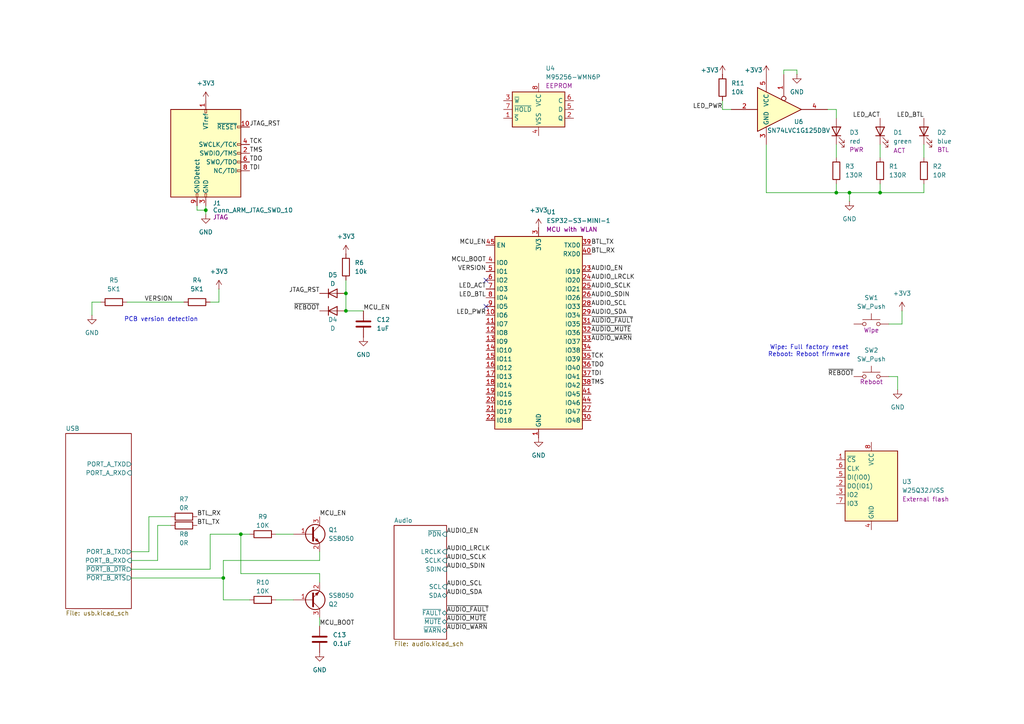
<source format=kicad_sch>
(kicad_sch (version 20231120) (generator "eeschema") (generator_version "8.0")
  (paper "A4")
  (title_block (title "soundbox"))
  (lib_symbols
    (symbol "74xGxx:SN74LVC1G125DBV"
      (property "Reference" "U" (at -10.16 7.62 0))
      (property "Value" "SN74LVC1G125DBV" (at 2.54 -7.62 0))
      (symbol "SN74LVC1G125DBV_0_1"
        (polyline (pts (xy -7.62 6.35) (xy -7.62 -6.35) (xy 5.08 0) (xy -7.62 6.35)) (stroke (width 0.254)) (fill (type background)))
      )
      (symbol "SN74LVC1G125DBV_1_1"
        (pin input inverted (at 0 10.16 270) (length 7.62) (name "~") (number "1"))
        (pin input line (at -15.24 0 0) (length 7.62) (name "~") (number "2"))
        (pin power_in line (at -5.08 -10.16 90) (length 5.08) (name "GND") (number "3"))
        (pin tri_state line (at 12.7 0 180) (length 7.62) (name "~") (number "4"))
        (pin power_in line (at -5.08 10.16 270) (length 5.08) (name "VCC") (number "5"))
      )
    )
    (symbol "Connector:Conn_ARM_JTAG_SWD_10" (pin_names (offset 1.016))
      (property "Reference" "J" (at -2.54 16.51 0))
      (property "Value" "Conn_ARM_JTAG_SWD_10" (at -2.54 13.97 0))
      (symbol "Conn_ARM_JTAG_SWD_10_0_1"
        (rectangle (start -10.16 12.7) (end 10.16 -12.7) (stroke (width 0.254)) (fill (type background)))
        (rectangle (start -2.794 -12.7) (end -2.286 -11.684))
        (rectangle (start -0.254 -12.7) (end 0.254 -11.684))
        (rectangle (start -0.254 12.7) (end 0.254 11.684))
        (rectangle (start 9.144 2.286) (end 10.16 2.794))
        (rectangle (start 10.16 -2.794) (end 9.144 -2.286))
        (rectangle (start 10.16 -0.254) (end 9.144 0.254))
        (rectangle (start 10.16 7.874) (end 9.144 7.366))
      )
      (symbol "Conn_ARM_JTAG_SWD_10_1_1"
        (rectangle (start 9.144 -5.334) (end 10.16 -4.826))
        (pin power_in line (at 0 15.24 270) (length 2.54) (name "VTref") (number "1"))
        (pin open_collector line (at 12.7 7.62 180) (length 2.54) (name "~{RESET}") (number "10"))
        (pin bidirectional line (at 12.7 0 180) (length 2.54) (name "SWDIO/TMS") (number "2"))
        (pin power_in line (at 0 -15.24 90) (length 2.54) (name "GND") (number "3"))
        (pin output line (at 12.7 2.54 180) (length 2.54) (name "SWCLK/TCK") (number "4"))
        (pin passive line (at 0 -15.24 90) (length 2.54) hide (name "GND") (number "5"))
        (pin input line (at 12.7 -2.54 180) (length 2.54) (name "SWO/TDO") (number "6"))
        (pin no_connect line (at -10.16 0 0) (length 2.54) hide (name "KEY") (number "7"))
        (pin output line (at 12.7 -5.08 180) (length 2.54) (name "NC/TDI") (number "8"))
        (pin passive line (at -2.54 -15.24 90) (length 2.54) (name "GNDDetect") (number "9"))
      )
    )
    (symbol "Device:C" (pin_numbers hide) (pin_names (offset 0.254))
      (property "Reference" "C" (at 0.635 2.54 0))
      (property "Value" "C" (at 0.635 -2.54 0))
      (symbol "C_0_1"
        (polyline (pts (xy -2.032 -0.762) (xy 2.032 -0.762)) (stroke (width 0.508)))
        (polyline (pts (xy -2.032 0.762) (xy 2.032 0.762)) (stroke (width 0.508)))
      )
      (symbol "C_1_1"
        (pin passive line (at 0 3.81 270) (length 2.794) (name "~") (number "1"))
        (pin passive line (at 0 -3.81 90) (length 2.794) (name "~") (number "2"))
      )
    )
    (symbol "Device:D" (pin_numbers hide) (pin_names (offset 1.016) hide)
      (property "Reference" "D" (at 0 2.54 0))
      (property "Value" "D" (at 0 -2.54 0))
      (symbol "D_0_1"
        (polyline (pts (xy -1.27 1.27) (xy -1.27 -1.27)) (stroke (width 0.254)))
        (polyline (pts (xy 1.27 0) (xy -1.27 0)))
        (polyline (pts (xy 1.27 1.27) (xy 1.27 -1.27) (xy -1.27 0) (xy 1.27 1.27)) (stroke (width 0.254)))
      )
      (symbol "D_1_1"
        (pin passive line (at -3.81 0 0) (length 2.54) (name "K") (number "1"))
        (pin passive line (at 3.81 0 180) (length 2.54) (name "A") (number "2"))
      )
    )
    (symbol "Device:LED" (pin_numbers hide) (pin_names (offset 1.016) hide)
      (property "Reference" "D" (at 0 2.54 0))
      (property "Value" "LED" (at 0 -2.54 0))
      (symbol "LED_0_1"
        (polyline (pts (xy -1.27 -1.27) (xy -1.27 1.27)) (stroke (width 0.254)))
        (polyline (pts (xy -1.27 0) (xy 1.27 0)))
        (polyline (pts (xy 1.27 -1.27) (xy 1.27 1.27) (xy -1.27 0) (xy 1.27 -1.27)) (stroke (width 0.254)))
        (polyline (pts (xy -3.048 -0.762) (xy -4.572 -2.286) (xy -3.81 -2.286) (xy -4.572 -2.286) (xy -4.572 -1.524)))
        (polyline (pts (xy -1.778 -0.762) (xy -3.302 -2.286) (xy -2.54 -2.286) (xy -3.302 -2.286) (xy -3.302 -1.524)))
      )
      (symbol "LED_1_1"
        (pin passive line (at -3.81 0 0) (length 2.54) (name "K") (number "1"))
        (pin passive line (at 3.81 0 180) (length 2.54) (name "A") (number "2"))
      )
    )
    (symbol "Device:R" (pin_numbers hide) (pin_names (offset 0))
      (property "Reference" "R" (at 2.032 0 90))
      (property "Value" "R" (at 0 0 90))
      (symbol "R_0_1"
        (rectangle (start -1.016 -2.54) (end 1.016 2.54) (stroke (width 0.254)))
      )
      (symbol "R_1_1"
        (pin passive line (at 0 3.81 270) (length 1.27) (name "~") (number "1"))
        (pin passive line (at 0 -3.81 90) (length 1.27) (name "~") (number "2"))
      )
    )
    (symbol "Memory_EEPROM:M95256-WMN6P"
      (property "Reference" "U" (at -7.62 6.35 0))
      (property "Value" "M95256-WMN6P" (at 2.54 -6.35 0))
      (symbol "M95256-WMN6P_1_1"
        (rectangle (start -7.62 5.08) (end 7.62 -5.08) (stroke (width 0.254)) (fill (type background)))
        (pin input line (at -10.16 -2.54 0) (length 2.54) (name "~{S}") (number "1"))
        (pin output line (at 10.16 -2.54 180) (length 2.54) (name "Q") (number "2"))
        (pin input line (at -10.16 2.54 0) (length 2.54) (name "~{W}") (number "3"))
        (pin power_in line (at 0 -7.62 90) (length 2.54) (name "VSS") (number "4"))
        (pin input line (at 10.16 0 180) (length 2.54) (name "D") (number "5"))
        (pin input line (at 10.16 2.54 180) (length 2.54) (name "C") (number "6"))
        (pin input line (at -10.16 0 0) (length 2.54) (name "~{HOLD}") (number "7"))
        (pin power_in line (at 0 7.62 270) (length 2.54) (name "VCC") (number "8"))
      )
    )
    (symbol "Memory_Flash:W25Q32JVSS"
      (property "Reference" "U" (at -6.35 11.43 0))
      (property "Value" "W25Q32JVSS" (at 7.62 11.43 0))
      (symbol "W25Q32JVSS_0_1"
        (rectangle (start -7.62 10.16) (end 7.62 -10.16) (stroke (width 0.254)) (fill (type background)))
      )
      (symbol "W25Q32JVSS_1_1"
        (pin input line (at -10.16 7.62 0) (length 2.54) (name "~{CS}") (number "1"))
        (pin bidirectional line (at -10.16 0 0) (length 2.54) (name "DO(IO1)") (number "2"))
        (pin bidirectional line (at -10.16 -2.54 0) (length 2.54) (name "IO2") (number "3"))
        (pin power_in line (at 0 -12.7 90) (length 2.54) (name "GND") (number "4"))
        (pin bidirectional line (at -10.16 2.54 0) (length 2.54) (name "DI(IO0)") (number "5"))
        (pin input line (at -10.16 5.08 0) (length 2.54) (name "CLK") (number "6"))
        (pin bidirectional line (at -10.16 -5.08 0) (length 2.54) (name "IO3") (number "7"))
        (pin power_in line (at 0 12.7 270) (length 2.54) (name "VCC") (number "8"))
      )
    )
    (symbol "RF_Module:ESP32-S3-MINI-1"
      (property "Reference" "U" (at -11.43 29.21 0))
      (property "Value" "ESP32-S3-MINI-1" (at 12.7 29.21 0))
      (symbol "ESP32-S3-MINI-1_0_1"
        (rectangle (start -12.7 27.94) (end 12.7 -27.94) (stroke (width 0.254)) (fill (type background)))
      )
      (symbol "ESP32-S3-MINI-1_1_1"
        (pin power_in line (at 0 -30.48 90) (length 2.54) (name "GND") (number "1"))
        (pin bidirectional line (at -15.24 5.08 0) (length 2.54) (name "IO6") (number "10"))
        (pin bidirectional line (at -15.24 2.54 0) (length 2.54) (name "IO7") (number "11"))
        (pin bidirectional line (at -15.24 0 0) (length 2.54) (name "IO8") (number "12"))
        (pin bidirectional line (at -15.24 -2.54 0) (length 2.54) (name "IO9") (number "13"))
        (pin bidirectional line (at -15.24 -5.08 0) (length 2.54) (name "IO10") (number "14"))
        (pin bidirectional line (at -15.24 -7.62 0) (length 2.54) (name "IO11") (number "15"))
        (pin bidirectional line (at -15.24 -10.16 0) (length 2.54) (name "IO12") (number "16"))
        (pin bidirectional line (at -15.24 -12.7 0) (length 2.54) (name "IO13") (number "17"))
        (pin bidirectional line (at -15.24 -15.24 0) (length 2.54) (name "IO14") (number "18"))
        (pin bidirectional line (at -15.24 -17.78 0) (length 2.54) (name "IO15") (number "19"))
        (pin passive line (at 0 -30.48 90) (length 2.54) hide (name "GND") (number "2"))
        (pin bidirectional line (at -15.24 -20.32 0) (length 2.54) (name "IO16") (number "20"))
        (pin bidirectional line (at -15.24 -22.86 0) (length 2.54) (name "IO17") (number "21"))
        (pin bidirectional line (at -15.24 -25.4 0) (length 2.54) (name "IO18") (number "22"))
        (pin bidirectional line (at 15.24 17.78 180) (length 2.54) (name "IO19") (number "23"))
        (pin bidirectional line (at 15.24 15.24 180) (length 2.54) (name "IO20") (number "24"))
        (pin bidirectional line (at 15.24 12.7 180) (length 2.54) (name "IO21") (number "25"))
        (pin bidirectional line (at 15.24 10.16 180) (length 2.54) (name "IO26") (number "26"))
        (pin bidirectional line (at 15.24 -22.86 180) (length 2.54) (name "IO47") (number "27"))
        (pin bidirectional line (at 15.24 7.62 180) (length 2.54) (name "IO33") (number "28"))
        (pin bidirectional line (at 15.24 5.08 180) (length 2.54) (name "IO34") (number "29"))
        (pin power_in line (at 0 30.48 270) (length 2.54) (name "3V3") (number "3"))
        (pin bidirectional line (at 15.24 -25.4 180) (length 2.54) (name "IO48") (number "30"))
        (pin bidirectional line (at 15.24 2.54 180) (length 2.54) (name "IO35") (number "31"))
        (pin bidirectional line (at 15.24 0 180) (length 2.54) (name "IO36") (number "32"))
        (pin bidirectional line (at 15.24 -2.54 180) (length 2.54) (name "IO37") (number "33"))
        (pin bidirectional line (at 15.24 -5.08 180) (length 2.54) (name "IO38") (number "34"))
        (pin bidirectional line (at 15.24 -7.62 180) (length 2.54) (name "IO39") (number "35"))
        (pin bidirectional line (at 15.24 -10.16 180) (length 2.54) (name "IO40") (number "36"))
        (pin bidirectional line (at 15.24 -12.7 180) (length 2.54) (name "IO41") (number "37"))
        (pin bidirectional line (at 15.24 -15.24 180) (length 2.54) (name "IO42") (number "38"))
        (pin bidirectional line (at 15.24 25.4 180) (length 2.54) (name "TXD0") (number "39"))
        (pin bidirectional line (at -15.24 20.32 0) (length 2.54) (name "IO0") (number "4"))
        (pin bidirectional line (at 15.24 22.86 180) (length 2.54) (name "RXD0") (number "40"))
        (pin bidirectional line (at 15.24 -17.78 180) (length 2.54) (name "IO45") (number "41"))
        (pin passive line (at 0 -30.48 90) (length 2.54) hide (name "GND") (number "42"))
        (pin passive line (at 0 -30.48 90) (length 2.54) hide (name "GND") (number "43"))
        (pin bidirectional line (at 15.24 -20.32 180) (length 2.54) (name "IO46") (number "44"))
        (pin input line (at -15.24 25.4 0) (length 2.54) (name "EN") (number "45"))
        (pin passive line (at 0 -30.48 90) (length 2.54) hide (name "GND") (number "46"))
        (pin passive line (at 0 -30.48 90) (length 2.54) hide (name "GND") (number "47"))
        (pin passive line (at 0 -30.48 90) (length 2.54) hide (name "GND") (number "48"))
        (pin passive line (at 0 -30.48 90) (length 2.54) hide (name "GND") (number "49"))
        (pin bidirectional line (at -15.24 17.78 0) (length 2.54) (name "IO1") (number "5"))
        (pin passive line (at 0 -30.48 90) (length 2.54) hide (name "GND") (number "50"))
        (pin passive line (at 0 -30.48 90) (length 2.54) hide (name "GND") (number "51"))
        (pin passive line (at 0 -30.48 90) (length 2.54) hide (name "GND") (number "52"))
        (pin passive line (at 0 -30.48 90) (length 2.54) hide (name "GND") (number "53"))
        (pin passive line (at 0 -30.48 90) (length 2.54) hide (name "GND") (number "54"))
        (pin passive line (at 0 -30.48 90) (length 2.54) hide (name "GND") (number "55"))
        (pin passive line (at 0 -30.48 90) (length 2.54) hide (name "GND") (number "56"))
        (pin passive line (at 0 -30.48 90) (length 2.54) hide (name "GND") (number "57"))
        (pin passive line (at 0 -30.48 90) (length 2.54) hide (name "GND") (number "58"))
        (pin passive line (at 0 -30.48 90) (length 2.54) hide (name "GND") (number "59"))
        (pin bidirectional line (at -15.24 15.24 0) (length 2.54) (name "IO2") (number "6"))
        (pin passive line (at 0 -30.48 90) (length 2.54) hide (name "GND") (number "60"))
        (pin passive line (at 0 -30.48 90) (length 2.54) hide (name "GND") (number "61"))
        (pin passive line (at 0 -30.48 90) (length 2.54) hide (name "GND") (number "62"))
        (pin passive line (at 0 -30.48 90) (length 2.54) hide (name "GND") (number "63"))
        (pin passive line (at 0 -30.48 90) (length 2.54) hide (name "GND") (number "64"))
        (pin passive line (at 0 -30.48 90) (length 2.54) hide (name "GND") (number "65"))
        (pin bidirectional line (at -15.24 12.7 0) (length 2.54) (name "IO3") (number "7"))
        (pin bidirectional line (at -15.24 10.16 0) (length 2.54) (name "IO4") (number "8"))
        (pin bidirectional line (at -15.24 7.62 0) (length 2.54) (name "IO5") (number "9"))
      )
    )
    (symbol "Switch:SW_Push" (pin_numbers hide) (pin_names (offset 1.016) hide)
      (property "Reference" "SW" (at 1.27 2.54 0))
      (property "Value" "SW_Push" (at 0 -1.524 0))
      (symbol "SW_Push_0_1"
        (circle (center -2.032 0) (radius 0.508))
        (polyline (pts (xy 0 1.27) (xy 0 3.048)))
        (polyline (pts (xy 2.54 1.27) (xy -2.54 1.27)))
        (circle (center 2.032 0) (radius 0.508))
        (pin passive line (at -5.08 0 0) (length 2.54) (name "1") (number "1"))
        (pin passive line (at 5.08 0 180) (length 2.54) (name "2") (number "2"))
      )
    )
    (symbol "Transistor_BJT:SS8050" (pin_names (offset 0) hide)
      (property "Reference" "Q" (at 5.08 1.905 0))
      (property "Value" "SS8050" (at 5.08 0 0))
      (symbol "SS8050_0_1"
        (polyline (pts (xy 0.635 0.635) (xy 2.54 2.54)))
        (polyline (pts (xy 0.635 -0.635) (xy 2.54 -2.54) (xy 2.54 -2.54)))
        (polyline (pts (xy 0.635 1.905) (xy 0.635 -1.905) (xy 0.635 -1.905)) (stroke (width 0.508)))
        (polyline (pts (xy 1.27 -1.778) (xy 1.778 -1.27) (xy 2.286 -2.286) (xy 1.27 -1.778) (xy 1.27 -1.778)) (fill (type outline)))
        (circle (center 1.27 0) (radius 2.8194) (stroke (width 0.254)))
      )
      (symbol "SS8050_1_1"
        (pin input line (at -5.08 0 0) (length 5.715) (name "B") (number "1"))
        (pin passive line (at 2.54 -5.08 90) (length 2.54) (name "E") (number "2"))
        (pin passive line (at 2.54 5.08 270) (length 2.54) (name "C") (number "3"))
      )
    )
    (symbol "power:+3V3" (power) (pin_numbers hide) (pin_names (offset 0) hide)
      (property "Value" "+3V3" (at 0 3.556 0))
      (symbol "+3V3_0_1"
        (polyline (pts (xy -0.762 1.27) (xy 0 2.54)))
        (polyline (pts (xy 0 0) (xy 0 2.54)))
        (polyline (pts (xy 0 2.54) (xy 0.762 1.27)))
      )
      (symbol "+3V3_1_1"
        (pin power_in line (at 0 0 90) (length 0) (name "~") (number "1"))
      )
    )
    (symbol "power:GND" (power) (pin_numbers hide) (pin_names (offset 0) hide)
      (property "Value" "GND" (at 0 -3.81 0))
      (symbol "GND_0_1"
        (polyline (pts (xy 0 0) (xy 0 -1.27) (xy 1.27 -1.27) (xy 0 -2.54) (xy -1.27 -1.27) (xy 0 -1.27)))
      )
      (symbol "GND_1_1"
        (pin power_in line (at 0 0 270) (length 0) (name "~") (number "1"))
      )
    )
  )
  (junction (at 242.57 55.88))
  (junction (at 100.33 90.17))
  (junction (at 255.27 55.88))
  (junction (at 59.69 60.96))
  (junction (at 100.33 85.09))
  (junction (at 64.77 167.64))
  (junction (at 246.38 55.88))
  (junction (at 69.85 154.94))
  (no_connect (at 140.97 88.9))
  (no_connect (at 140.97 81.28))
  (wire (pts (xy 222.25 55.88) (xy 242.57 55.88)))
  (wire (pts (xy 242.57 53.34) (xy 242.57 55.88)))
  (wire (pts (xy 209.55 31.75) (xy 212.09 31.75)))
  (wire (pts (xy 45.72 152.4) (xy 49.53 152.4)))
  (wire (pts (xy 246.38 58.42) (xy 246.38 55.88)))
  (wire (pts (xy 231.14 20.32) (xy 231.14 21.59)))
  (wire (pts (xy 60.96 154.94) (xy 69.85 154.94)))
  (wire (pts (xy 80.01 154.94) (xy 85.09 154.94)))
  (wire (pts (xy 38.1 165.1) (xy 60.96 165.1)))
  (wire (pts (xy 227.33 21.59) (xy 227.33 20.32)))
  (wire (pts (xy 64.77 167.64) (xy 64.77 173.99)))
  (wire (pts (xy 64.77 162.56) (xy 64.77 167.64)))
  (wire (pts (xy 227.33 20.32) (xy 231.14 20.32)))
  (wire (pts (xy 38.1 167.64) (xy 64.77 167.64)))
  (wire (pts (xy 209.55 29.21) (xy 209.55 31.75)))
  (wire (pts (xy 255.27 41.91) (xy 255.27 45.72)))
  (wire (pts (xy 92.71 160.02) (xy 92.71 162.56)))
  (wire (pts (xy 60.96 165.1) (xy 60.96 154.94)))
  (wire (pts (xy 36.83 87.63) (xy 53.34 87.63)))
  (wire (pts (xy 57.15 59.69) (xy 57.15 60.96)))
  (wire (pts (xy 260.35 109.22) (xy 260.35 113.03)))
  (wire (pts (xy 257.81 93.98) (xy 261.62 93.98)))
  (wire (pts (xy 69.85 154.94) (xy 72.39 154.94)))
  (wire (pts (xy 257.81 109.22) (xy 260.35 109.22)))
  (wire (pts (xy 255.27 55.88) (xy 267.97 55.88)))
  (wire (pts (xy 26.67 87.63) (xy 29.21 87.63)))
  (wire (pts (xy 242.57 31.75) (xy 242.57 34.29)))
  (wire (pts (xy 261.62 90.17) (xy 261.62 93.98)))
  (wire (pts (xy 255.27 53.34) (xy 255.27 55.88)))
  (wire (pts (xy 240.03 31.75) (xy 242.57 31.75)))
  (wire (pts (xy 59.69 62.23) (xy 59.69 60.96)))
  (wire (pts (xy 267.97 53.34) (xy 267.97 55.88)))
  (wire (pts (xy 92.71 168.91) (xy 92.71 166.37)))
  (wire (pts (xy 255.27 55.88) (xy 246.38 55.88)))
  (wire (pts (xy 80.01 173.99) (xy 85.09 173.99)))
  (wire (pts (xy 64.77 173.99) (xy 72.39 173.99)))
  (wire (pts (xy 38.1 160.02) (xy 43.18 160.02)))
  (wire (pts (xy 92.71 179.07) (xy 92.71 181.61)))
  (wire (pts (xy 59.69 60.96) (xy 57.15 60.96)))
  (wire (pts (xy 100.33 85.09) (xy 100.33 90.17)))
  (wire (pts (xy 246.38 55.88) (xy 242.57 55.88)))
  (wire (pts (xy 100.33 90.17) (xy 105.41 90.17)))
  (wire (pts (xy 43.18 149.86) (xy 49.53 149.86)))
  (wire (pts (xy 63.5 87.63) (xy 63.5 83.82)))
  (wire (pts (xy 100.33 81.28) (xy 100.33 85.09)))
  (wire (pts (xy 92.71 162.56) (xy 64.77 162.56)))
  (wire (pts (xy 43.18 160.02) (xy 43.18 149.86)))
  (wire (pts (xy 92.71 166.37) (xy 69.85 166.37)))
  (wire (pts (xy 38.1 162.56) (xy 45.72 162.56)))
  (wire (pts (xy 45.72 162.56) (xy 45.72 152.4)))
  (wire (pts (xy 69.85 166.37) (xy 69.85 154.94)))
  (wire (pts (xy 26.67 91.44) (xy 26.67 87.63)))
  (wire (pts (xy 60.96 87.63) (xy 63.5 87.63)))
  (wire (pts (xy 267.97 41.91) (xy 267.97 45.72)))
  (wire (pts (xy 242.57 41.91) (xy 242.57 45.72)))
  (wire (pts (xy 222.25 41.91) (xy 222.25 55.88)))
  (wire (pts (xy 59.69 59.69) (xy 59.69 60.96)))
  (text "Wipe: Full factory reset\nReboot: Reboot firmware" (at 234.696 101.854 0) (effects (font (size 1.27 1.27))))
  (text "PCB version detection" (at 46.736 92.71 0) (effects (font (size 1.27 1.27))))
  (label "VERSION" (at 41.91 87.63 0))
  (label "~{AUDIO_FAULT}" (at 171.45 93.98 0))
  (label "AUDIO_SDA" (at 129.54 172.72 0))
  (label "TCK" (at 72.39 41.91 0))
  (label "LED_BTL" (at 267.97 34.29 180))
  (label "AUDIO_SDIN" (at 129.54 165.1 0))
  (label "AUDIO_EN" (at 129.54 154.94 0))
  (label "~{REBOOT}" (at 92.71 90.17 180))
  (label "~{REBOOT}" (at 247.65 109.22 180))
  (label "~{AUDIO_WARN}" (at 171.45 99.06 0))
  (label "TDI" (at 171.45 109.22 0))
  (label "BTL_RX" (at 171.45 73.66 0))
  (label "TDO" (at 171.45 106.68 0))
  (label "AUDIO_SDIN" (at 171.45 86.36 0))
  (label "~{AUDIO_MUTE}" (at 171.45 96.52 0))
  (label "AUDIO_SDA" (at 171.45 91.44 0))
  (label "LED_PWR" (at 140.97 91.44 180))
  (label "LED_BTL" (at 140.97 86.36 180))
  (label "JTAG_RST" (at 92.71 85.09 180))
  (label "LED_ACT" (at 255.27 34.29 180))
  (label "MCU_EN" (at 140.97 71.12 180))
  (label "MCU_EN" (at 92.71 149.86 0))
  (label "AUDIO_LRCLK" (at 129.54 160.02 0))
  (label "MCU_BOOT" (at 92.71 181.61 0))
  (label "MCU_BOOT" (at 140.97 76.2 180))
  (label "BTL_RX" (at 57.15 149.86 0))
  (label "JTAG_RST" (at 72.39 36.83 0))
  (label "AUDIO_SCL" (at 171.45 88.9 0))
  (label "MCU_EN" (at 105.41 90.17 0))
  (label "~{AUDIO_WARN}" (at 129.54 182.88 0))
  (label "TCK" (at 171.45 104.14 0))
  (label "TDO" (at 72.39 46.99 0))
  (label "BTL_TX" (at 171.45 71.12 0))
  (label "AUDIO_SCLK" (at 129.54 162.56 0))
  (label "BTL_TX" (at 57.15 152.4 0))
  (label "AUDIO_LRCLK" (at 171.45 81.28 0))
  (label "~{AUDIO_MUTE}" (at 129.54 180.34 0))
  (label "TMS" (at 72.39 44.45 0))
  (label "AUDIO_SCLK" (at 171.45 83.82 0))
  (label "LED_PWR" (at 209.55 31.75 180))
  (label "TMS" (at 171.45 111.76 0))
  (label "LED_ACT" (at 140.97 83.82 180))
  (label "~{AUDIO_FAULT}" (at 129.54 177.8 0))
  (label "AUDIO_EN" (at 171.45 78.74 0))
  (label "VERSION" (at 140.97 78.74 180))
  (label "TDI" (at 72.39 49.53 0))
  (label "AUDIO_SCL" (at 129.54 170.18 0))
  (symbol (lib_id "power:GND") (at 156.21 127 0) (unit 1)
    (property "Reference" "#PWR015" (effects (hide yes)))
    (property "Value" "GND" (at 156.21 132.08 0))
    (property "Description" "Power symbol creates a global label with name \"GND\" , ground" (effects (hide yes)))
  )
  (symbol (lib_id "power:GND") (at 246.38 58.42 0) (unit 1)
    (property "Reference" "#PWR012" (effects (hide yes)))
    (property "Value" "GND" (at 246.38 63.5 0))
    (property "Description" "Power symbol creates a global label with name \"GND\" , ground" (effects (hide yes)))
  )
  (symbol (lib_id "Device:R") (at 76.2 154.94 270) (unit 1)
    (property "Reference" "R9" (at 76.2 149.86 90))
    (property "Value" "10K" (at 76.2 152.4 90))
    (property "Description" "Resistor" (effects (hide yes)))
  )
  (symbol (lib_id "power:GND") (at 26.67 91.44 0) (unit 1)
    (property "Reference" "#PWR01" (effects (hide yes)))
    (property "Value" "GND" (at 26.67 96.52 0))
    (property "Description" "Power symbol creates a global label with name \"GND\" , ground" (effects (hide yes)))
  )
  (symbol (lib_id "RF_Module:ESP32-S3-MINI-1") (at 156.21 96.52 0) (unit 1)
    (property "Reference" "U1" (at 158.496 61.468 0) (effects (justify left)))
    (property "Value" "ESP32-S3-MINI-1" (at 158.496 64.008 0) (effects (justify left)))
    (property "Footprint" "RF_Module:ESP32-S2-MINI-1" (effects (hide yes)))
    (property "Datasheet" "https://www.espressif.com/sites/default/files/documentation/esp32-s3-mini-1_mini-1u_datasheet_en.pdf" (effects (hide yes)))
    (property "Description" "MCU with WLAN" (at 165.862 66.548 0))
    (property "MPN" "ESP32-S3-MINI-1-N8" (effects (hide yes)))
    (property "Manufacturer" "Espressif Systems" (effects (hide yes)))
  )
  (symbol (lib_id "Memory_Flash:W25Q32JVSS") (at 252.73 140.97 0) (unit 1)
    (property "Reference" "U3" (at 261.62 139.6999 0) (effects (justify left)))
    (property "Value" "W25Q32JVSS" (at 261.62 142.2399 0) (effects (justify left)))
    (property "Footprint" "Package_SO:SOIC-8_5.23x5.23mm_P1.27mm" (effects (hide yes)))
    (property "Datasheet" "http://www.winbond.com/resource-files/w25q32jv%20revg%2003272018%20plus.pdf" (effects (hide yes)))
    (property "Description" "External flash" (at 268.478 144.78 0))
    (property "MPN" "W25Q32JVSSIQ" (effects (hide yes)))
    (property "Manufacturer" "Winbond Electronics" (effects (hide yes)))
  )
  (symbol (lib_id "Connector:Conn_ARM_JTAG_SWD_10") (at 59.69 44.45 0) (unit 1)
    (property "Reference" "J1" (at 61.722 58.928 0) (effects (justify left)))
    (property "Value" "Conn_ARM_JTAG_SWD_10" (at 61.722 60.96 0) (effects (justify left)))
    (property "Datasheet" "https://mm.digikey.com/Volume0/opasdata/d220001/medias/docus/6209/ftsh-1xx-xx-xxx-dv-xxx-xxx-x-xx-mkt.pdf" (effects (hide yes)))
    (property "Description" "JTAG" (at 61.722 62.992 0) (effects (justify left)))
    (property "MPN" "FTSH-105-01-L-DV-007-K-TR" (effects (hide yes)))
    (property "Manufacturer" "samtec" (effects (hide yes)))
  )
  (symbol (lib_id "Switch:SW_Push") (at 252.73 109.22 0) (unit 1)
    (property "Reference" "SW2" (at 252.73 101.6 0))
    (property "Value" "SW_Push" (at 252.73 104.14 0))
    (property "Footprint" "Button_Switch_SMD:SW_SPST_TL3305B" (effects (hide yes)))
    (property "Datasheet" "https://www.e-switch.com/wp-content/uploads/2024/08/TL3305.pdf" (effects (hide yes)))
    (property "Description" "Reboot" (at 252.73 110.744 0))
    (property "MPN" "TL3305BF260QG" (effects (hide yes)))
    (property "Manufacturer" "E-Switch" (effects (hide yes)))
  )
  (symbol (lib_id "Device:R") (at 76.2 173.99 270) (unit 1)
    (property "Reference" "R10" (at 76.2 168.91 90))
    (property "Value" "10K" (at 76.2 171.45 90))
    (property "Description" "Resistor" (effects (hide yes)))
  )
  (symbol (lib_id "power:+3V3") (at 59.69 29.21 0) (unit 1)
    (property "Reference" "#PWR016" (effects (hide yes)))
    (property "Value" "+3V3" (at 59.69 24.13 0))
    (property "Description" "Power symbol creates a global label with name \"+3V3\"" (effects (hide yes)))
  )
  (symbol (lib_id "power:+3V3") (at 156.21 66.04 0) (unit 1)
    (property "Reference" "#PWR014" (effects (hide yes)))
    (property "Value" "+3V3" (at 156.21 60.96 0))
    (property "Description" "Power symbol creates a global label with name \"+3V3\"" (effects (hide yes)))
  )
  (symbol (lib_id "Device:R") (at 100.33 77.47 0) (unit 1)
    (property "Reference" "R6" (at 102.87 76.1999 0) (effects (justify left)))
    (property "Value" "10k" (at 102.87 78.7399 0) (effects (justify left)))
    (property "Description" "Resistor" (effects (hide yes)))
  )
  (symbol (lib_id "power:+3V3") (at 63.5 83.82 0) (unit 1)
    (property "Reference" "#PWR02" (effects (hide yes)))
    (property "Value" "+3V3" (at 63.5 78.74 0))
    (property "Description" "Power symbol creates a global label with name \"+3V3\"" (effects (hide yes)))
  )
  (symbol (lib_id "Device:R") (at 242.57 49.53 0) (unit 1)
    (property "Reference" "R3" (at 245.11 48.2599 0) (effects (justify left)))
    (property "Value" "130R" (at 245.11 50.7999 0) (effects (justify left)))
    (property "Footprint" "Resistor_SMD:R_0603_1608Metric" (effects (hide yes)))
    (property "Datasheet" "https://industrial.panasonic.com/cdbs/www-data/pdf/RDA0000/AOA0000C304.pdf" (effects (hide yes)))
    (property "Description" "Resistor" (effects (hide yes)))
    (property "MPN" "ERJ-3EKF1300V" (effects (hide yes)))
    (property "Manufacturer" "Panasonic Electronic Components" (effects (hide yes)))
  )
  (symbol (lib_id "power:GND") (at 231.14 21.59 0) (unit 1)
    (property "Reference" "#PWR013" (effects (hide yes)))
    (property "Value" "GND" (at 231.14 26.67 0))
    (property "Description" "Power symbol creates a global label with name \"GND\" , ground" (effects (hide yes)))
  )
  (symbol (lib_id "Device:R") (at 53.34 152.4 90) (mirror x) (unit 1)
    (property "Reference" "R8" (at 53.34 154.94 90))
    (property "Value" "0R" (at 53.34 157.48 90))
    (property "Description" "Resistor" (effects (hide yes)))
  )
  (symbol (lib_id "Switch:SW_Push") (at 252.73 93.98 0) (unit 1)
    (property "Reference" "SW1" (at 252.73 86.36 0))
    (property "Value" "SW_Push" (at 252.73 88.9 0))
    (property "Footprint" "Button_Switch_SMD:SW_SPST_TL3305B" (effects (hide yes)))
    (property "Datasheet" "https://www.e-switch.com/wp-content/uploads/2024/08/TL3305.pdf" (effects (hide yes)))
    (property "Description" "Wipe" (at 252.73 95.758 0))
    (property "MPN" "TL3305BF260QG" (effects (hide yes)))
    (property "Manufacturer" "E-Switch" (effects (hide yes)))
  )
  (symbol (lib_id "power:+3V3") (at 100.33 73.66 0) (unit 1)
    (property "Reference" "#PWR018" (effects (hide yes)))
    (property "Value" "+3V3" (at 100.33 68.58 0))
    (property "Description" "Power symbol creates a global label with name \"+3V3\"" (effects (hide yes)))
  )
  (symbol (lib_id "Device:D") (at 96.52 90.17 0) (unit 1)
    (property "Reference" "D4" (at 96.52 92.71 0))
    (property "Value" "D" (at 96.52 95.25 0))
    (property "Description" "Diode" (effects (hide yes)))
    (property "Sim.Device" "D" (effects (hide yes)))
    (property "Sim.Pins" "1=K 2=A" (effects (hide yes)))
  )
  (symbol (lib_id "Device:R") (at 267.97 49.53 0) (unit 1)
    (property "Reference" "R2" (at 270.51 48.2599 0) (effects (justify left)))
    (property "Value" "10R" (at 270.51 50.7999 0) (effects (justify left)))
    (property "Footprint" "Resistor_SMD:R_0603_1608Metric" (effects (hide yes)))
    (property "Datasheet" "https://industrial.panasonic.com/cdbs/www-data/pdf/RDO0000/AOA0000C331.pdf" (effects (hide yes)))
    (property "Description" "Resistor" (effects (hide yes)))
    (property "MPN" "ERJ-PA3F10R0V" (effects (hide yes)))
    (property "Manufacturer" "Panasonic Electronic Components" (effects (hide yes)))
  )
  (symbol (lib_id "Transistor_BJT:SS8050") (at 90.17 154.94 0) (unit 1)
    (property "Reference" "Q1" (at 95.25 153.6699 0) (effects (justify left)))
    (property "Value" "SS8050" (at 95.25 156.2099 0) (effects (justify left)))
    (property "Footprint" "Package_TO_SOT_SMD:SOT-23" (effects (hide yes)))
    (property "Datasheet" "http://www.secosgmbh.com/datasheet/products/SSMPTransistor/SOT-23/SS8050.pdf" (effects (hide yes)))
    (property "Description" "General Purpose NPN Transistor, 1.5A Ic, 25V Vce, SOT-23" (effects (hide yes)))
  )
  (symbol (lib_id "power:+3V3") (at 261.62 90.17 0) (unit 1)
    (property "Reference" "#PWR011" (effects (hide yes)))
    (property "Value" "+3V3" (at 261.62 85.09 0))
    (property "Description" "Power symbol creates a global label with name \"+3V3\"" (effects (hide yes)))
  )
  (symbol (lib_id "power:GND") (at 59.69 62.23 0) (unit 1)
    (property "Reference" "#PWR017" (effects (hide yes)))
    (property "Value" "GND" (at 59.69 67.31 0))
    (property "Description" "Power symbol creates a global label with name \"GND\" , ground" (effects (hide yes)))
  )
  (symbol (lib_id "power:GND") (at 105.41 97.79 0) (unit 1)
    (property "Reference" "#PWR020" (effects (hide yes)))
    (property "Value" "GND" (at 105.41 102.87 0))
    (property "Description" "Power symbol creates a global label with name \"GND\" , ground" (effects (hide yes)))
  )
  (symbol (lib_id "power:GND") (at 92.71 189.23 0) (unit 1)
    (property "Reference" "#PWR021" (effects (hide yes)))
    (property "Value" "GND" (at 92.71 194.31 0))
    (property "Description" "Power symbol creates a global label with name \"GND\" , ground" (effects (hide yes)))
  )
  (symbol (lib_id "Transistor_BJT:SS8050") (at 90.17 173.99 0) (mirror x) (unit 1)
    (property "Reference" "Q2" (at 95.25 175.2601 0) (effects (justify left)))
    (property "Value" "SS8050" (at 95.25 172.7201 0) (effects (justify left)))
    (property "Footprint" "Package_TO_SOT_SMD:SOT-23" (effects (hide yes)))
    (property "Datasheet" "http://www.secosgmbh.com/datasheet/products/SSMPTransistor/SOT-23/SS8050.pdf" (effects (hide yes)))
    (property "Description" "General Purpose NPN Transistor, 1.5A Ic, 25V Vce, SOT-23" (effects (hide yes)))
  )
  (symbol (lib_id "Device:R") (at 53.34 149.86 90) (mirror x) (unit 1)
    (property "Reference" "R7" (at 53.34 144.78 90))
    (property "Value" "0R" (at 53.34 147.32 90))
    (property "Description" "Resistor" (effects (hide yes)))
  )
  (symbol (lib_id "Device:D") (at 96.52 85.09 0) (unit 1)
    (property "Reference" "D5" (at 96.52 79.756 0))
    (property "Value" "D" (at 96.52 82.296 0))
    (property "Description" "Diode" (effects (hide yes)))
    (property "Sim.Device" "D" (effects (hide yes)))
    (property "Sim.Pins" "1=K 2=A" (effects (hide yes)))
  )
  (symbol (lib_id "Device:C") (at 92.71 185.42 0) (unit 1)
    (property "Reference" "C13" (at 96.52 184.1499 0) (effects (justify left)))
    (property "Value" "0.1uF" (at 96.52 186.6899 0) (effects (justify left)))
    (property "Description" "Unpolarized capacitor" (effects (hide yes)))
  )
  (symbol (lib_id "power:+3V3") (at 209.55 21.59 0) (unit 1)
    (property "Reference" "#PWR023" (effects (hide yes)))
    (property "Value" "+3V3" (at 203.2 20.32 0) (effects (justify left)))
    (property "Description" "Power symbol creates a global label with name \"+3V3\"" (effects (hide yes)))
  )
  (symbol (lib_id "Device:R") (at 33.02 87.63 270) (unit 1)
    (property "Reference" "R5" (at 33.02 81.28 90))
    (property "Value" "5K1" (at 33.02 83.82 90))
    (property "Footprint" "Resistor_SMD:R_0603_1608Metric" (effects (hide yes)))
    (property "Datasheet" "https://industrial.panasonic.com/cdbs/www-data/pdf/RDA0000/AOA0000C304.pdf" (effects (hide yes)))
    (property "Description" "Resistor" (effects (hide yes)))
    (property "MPN" "ERJ-3EKF5101V" (effects (hide yes)))
    (property "Manufacturer" "Panasonic Electronic Components" (effects (hide yes)))
  )
  (symbol (lib_id "74xGxx:SN74LVC1G125DBV") (at 227.33 31.75 0) (unit 1)
    (property "Reference" "U6" (at 231.648 35.306 0))
    (property "Value" "SN74LVC1G125DBV" (at 231.648 37.846 0))
    (property "Footprint" "Package_TO_SOT_SMD:SOT-23-5" (effects (hide yes)))
    (property "Datasheet" "http://www.ti.com/lit/ds/symlink/sn74lvc1g125.pdf" (effects (hide yes)))
    (property "Description" "Single Buffer Gate Tri-State, Low-Voltage CMOS, SOT-23-5" (effects (hide yes)))
  )
  (symbol (lib_id "Device:LED") (at 255.27 38.1 90) (unit 1)
    (property "Reference" "D1" (at 259.08 38.4174 90) (effects (justify right)))
    (property "Value" "green" (at 259.08 40.9574 90) (effects (justify right)))
    (property "Footprint" "LED_SMD:LED_1206_3216Metric" (effects (hide yes)))
    (property "Datasheet" "https://s3-us-west-2.amazonaws.com/catsy.557/Dialight_CBI_data_598-1206_Apr2018.pdf" (effects (hide yes)))
    (property "Description" "ACT" (at 260.858 43.688 90))
    (property "MPN" "598-8270-107F" (effects (hide yes)))
    (property "Manufacturer" "Dialight" (effects (hide yes)))
  )
  (symbol (lib_id "Device:R") (at 57.15 87.63 90) (unit 1)
    (property "Reference" "R4" (at 57.15 81.28 90))
    (property "Value" "5K1" (at 57.15 83.82 90))
    (property "Footprint" "Resistor_SMD:R_0603_1608Metric" (effects (hide yes)))
    (property "Datasheet" "https://industrial.panasonic.com/cdbs/www-data/pdf/RDA0000/AOA0000C304.pdf" (effects (hide yes)))
    (property "Description" "Resistor" (effects (hide yes)))
    (property "MPN" "ERJ-3EKF5101V" (effects (hide yes)))
    (property "Manufacturer" "Panasonic Electronic Components" (effects (hide yes)))
  )
  (symbol (lib_id "Device:R") (at 209.55 25.4 0) (unit 1)
    (property "Reference" "R11" (at 212.09 24.1299 0) (effects (justify left)))
    (property "Value" "10k" (at 212.09 26.6699 0) (effects (justify left)))
    (property "Description" "Resistor" (effects (hide yes)))
  )
  (symbol (lib_id "Device:R") (at 255.27 49.53 0) (unit 1)
    (property "Reference" "R1" (at 257.81 48.2599 0) (effects (justify left)))
    (property "Value" "130R" (at 257.81 50.7999 0) (effects (justify left)))
    (property "Footprint" "Resistor_SMD:R_0603_1608Metric" (effects (hide yes)))
    (property "Datasheet" "https://industrial.panasonic.com/cdbs/www-data/pdf/RDA0000/AOA0000C304.pdf" (effects (hide yes)))
    (property "Description" "Resistor" (effects (hide yes)))
    (property "MPN" "ERJ-3EKF1300V" (effects (hide yes)))
    (property "Manufacturer" "Panasonic Electronic Components" (effects (hide yes)))
  )
  (symbol (lib_id "Device:C") (at 105.41 93.98 0) (unit 1)
    (property "Reference" "C12" (at 109.22 92.7099 0) (effects (justify left)))
    (property "Value" "1uF" (at 109.22 95.2499 0) (effects (justify left)))
    (property "Description" "Unpolarized capacitor" (effects (hide yes)))
  )
  (symbol (lib_id "Memory_EEPROM:M95256-WMN6P") (at 156.21 31.75 0) (unit 1)
    (property "Reference" "U4" (at 158.242 19.812 0) (effects (justify left)))
    (property "Value" "M95256-WMN6P" (at 158.242 22.352 0) (effects (justify left)))
    (property "Footprint" "Package_SO:SOIC-8_3.9x4.9mm_P1.27mm" (effects (hide yes)))
    (property "Datasheet" "http://www.st.com/content/ccc/resource/technical/document/datasheet/9d/75/f0/3e/76/00/4c/0b/CD00103810.pdf/files/CD00103810.pdf/jcr:content/translations/en.CD00103810.pdf" (effects (hide yes)))
    (property "Description" "EEPROM" (at 162.1439 24.892 0))
    (property "MPN" "M95256-WMN6P" (effects (hide yes)))
    (property "Manufacturer" "STMicroelectronics" (effects (hide yes)))
  )
  (symbol (lib_id "power:+3V3") (at 222.25 21.59 0) (unit 1)
    (property "Reference" "#PWR022" (effects (hide yes)))
    (property "Value" "+3V3" (at 215.9 20.32 0) (effects (justify left)))
    (property "Description" "Power symbol creates a global label with name \"+3V3\"" (effects (hide yes)))
  )
  (symbol (lib_id "Device:LED") (at 242.57 38.1 90) (unit 1)
    (property "Reference" "D3" (at 246.38 38.4174 90) (effects (justify right)))
    (property "Value" "red" (at 246.38 40.9574 90) (effects (justify right)))
    (property "Footprint" "LED_SMD:LED_1206_3216Metric" (effects (hide yes)))
    (property "Datasheet" "https://s3-us-west-2.amazonaws.com/catsy.557/Dialight_CBI_data_598-1206_Apr2018.pdf" (effects (hide yes)))
    (property "Description" "PWR" (at 248.412 43.434 90))
    (property "MPN" "598-8210-107F" (effects (hide yes)))
    (property "Manufacturer" "Dialight" (effects (hide yes)))
  )
  (symbol (lib_id "power:GND") (at 260.35 113.03 0) (unit 1)
    (property "Reference" "#PWR019" (effects (hide yes)))
    (property "Value" "GND" (at 260.35 118.11 0))
    (property "Description" "Power symbol creates a global label with name \"GND\" , ground" (effects (hide yes)))
  )
  (symbol (lib_id "Device:LED") (at 267.97 38.1 90) (unit 1)
    (property "Reference" "D2" (at 271.78 38.4174 90) (effects (justify right)))
    (property "Value" "blue" (at 271.78 40.9574 90) (effects (justify right)))
    (property "Footprint" "LED_SMD:LED_1206_3216Metric" (effects (hide yes)))
    (property "Datasheet" "https://s3-us-west-2.amazonaws.com/catsy.557/Dialight_CBI_data_598-1206_Apr2018.pdf" (effects (hide yes)))
    (property "Description" "BTL" (at 273.558 43.434 90))
    (property "MPN" "598-8291-107F" (effects (hide yes)))
    (property "Manufacturer" "Dialight" (effects (hide yes)))
  )
  (sheet (at 19.05 125.73) (size 19.05 50.8) (stroke (width 0.1524))
    (property "Sheetname" "USB" (at 19.05 125.0184 0) (effects (justify left bottom)))
    (property "Sheetfile" "usb.kicad_sch" (at 19.05 177.1146 0) (effects (justify left top)))
    (pin "PORT_A_TXD" output (at 38.1 134.62 0))
    (pin "PORT_A_RXD" input (at 38.1 137.16 0))
    (pin "PORT_B_TXD" output (at 38.1 160.02 0))
    (pin "PORT_B_RXD" input (at 38.1 162.56 0))
    (pin "~{PORT_B_RTS}" output (at 38.1 167.64 0))
    (pin "~{PORT_B_DTR}" output (at 38.1 165.1 0))
  )
  (sheet (at 114.3 152.4) (size 15.24 33.02) (stroke (width 0.1524))
    (property "Sheetname" "Audio" (at 114.3 151.6884 0) (effects (justify left bottom)))
    (property "Sheetfile" "audio.kicad_sch" (at 114.3 186.0046 0) (effects (justify left top)))
    (pin "~{PDN}" input (at 129.54 154.94 0))
    (pin "LRCLK" input (at 129.54 160.02 0))
    (pin "SCLK" input (at 129.54 162.56 0))
    (pin "SDIN" input (at 129.54 165.1 0))
    (pin "SCL" input (at 129.54 170.18 0))
    (pin "SDA" bidirectional (at 129.54 172.72 0))
    (pin "~{FAULT}" bidirectional (at 129.54 177.8 0))
    (pin "~{MUTE}" bidirectional (at 129.54 180.34 0))
    (pin "~{WARN}" bidirectional (at 129.54 182.88 0))
  )
)
</source>
